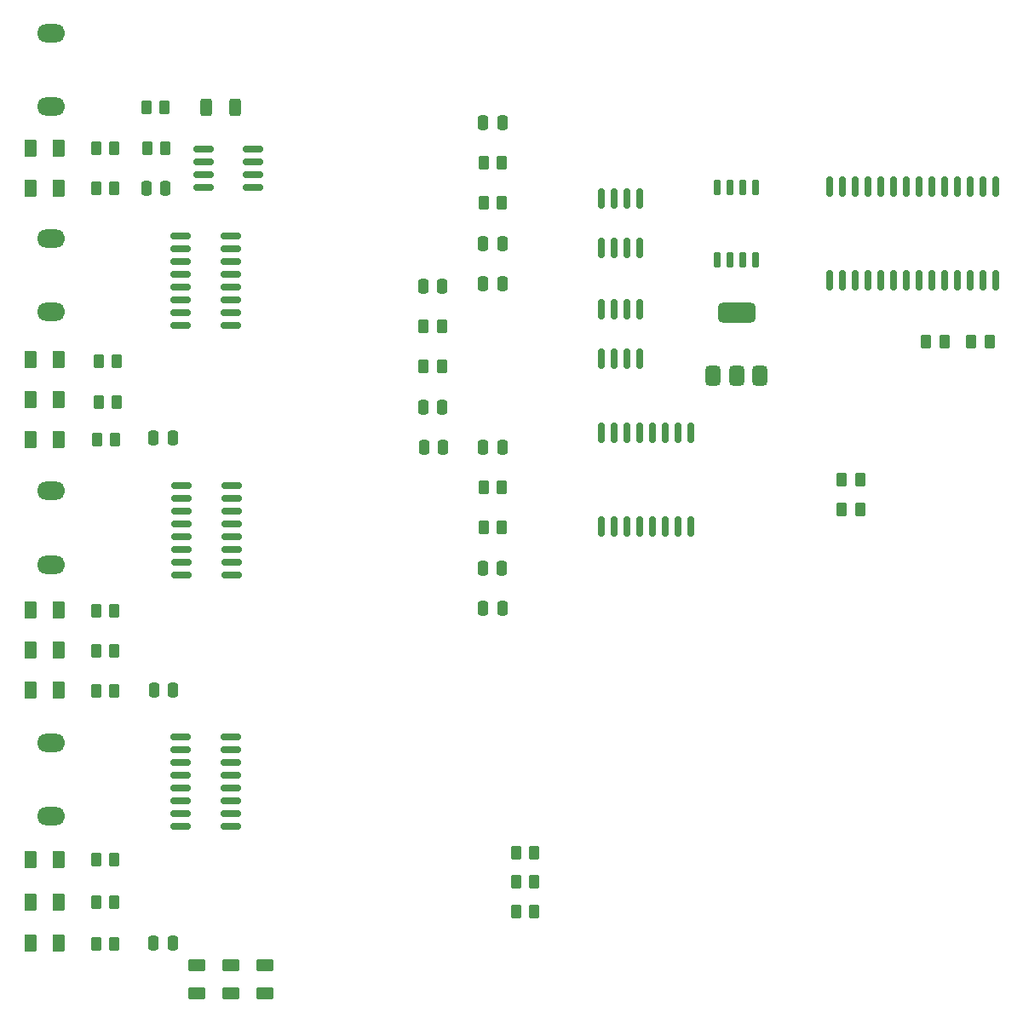
<source format=gbr>
%TF.GenerationSoftware,KiCad,Pcbnew,8.0.8*%
%TF.CreationDate,2025-04-05T02:10:51+02:00*%
%TF.ProjectId,mb02a1,6d623032-6131-42e6-9b69-6361645f7063,rev?*%
%TF.SameCoordinates,Original*%
%TF.FileFunction,Paste,Top*%
%TF.FilePolarity,Positive*%
%FSLAX46Y46*%
G04 Gerber Fmt 4.6, Leading zero omitted, Abs format (unit mm)*
G04 Created by KiCad (PCBNEW 8.0.8) date 2025-04-05 02:10:51*
%MOMM*%
%LPD*%
G01*
G04 APERTURE LIST*
G04 Aperture macros list*
%AMRoundRect*
0 Rectangle with rounded corners*
0 $1 Rounding radius*
0 $2 $3 $4 $5 $6 $7 $8 $9 X,Y pos of 4 corners*
0 Add a 4 corners polygon primitive as box body*
4,1,4,$2,$3,$4,$5,$6,$7,$8,$9,$2,$3,0*
0 Add four circle primitives for the rounded corners*
1,1,$1+$1,$2,$3*
1,1,$1+$1,$4,$5*
1,1,$1+$1,$6,$7*
1,1,$1+$1,$8,$9*
0 Add four rect primitives between the rounded corners*
20,1,$1+$1,$2,$3,$4,$5,0*
20,1,$1+$1,$4,$5,$6,$7,0*
20,1,$1+$1,$6,$7,$8,$9,0*
20,1,$1+$1,$8,$9,$2,$3,0*%
G04 Aperture macros list end*
%ADD10RoundRect,0.150000X-0.825000X-0.150000X0.825000X-0.150000X0.825000X0.150000X-0.825000X0.150000X0*%
%ADD11RoundRect,0.250000X-0.250000X-0.475000X0.250000X-0.475000X0.250000X0.475000X-0.250000X0.475000X0*%
%ADD12O,2.794000X1.803400*%
%ADD13RoundRect,0.250000X-0.262500X-0.450000X0.262500X-0.450000X0.262500X0.450000X-0.262500X0.450000X0*%
%ADD14RoundRect,0.150000X0.150000X-0.875000X0.150000X0.875000X-0.150000X0.875000X-0.150000X-0.875000X0*%
%ADD15RoundRect,0.250000X-0.375000X-0.625000X0.375000X-0.625000X0.375000X0.625000X-0.375000X0.625000X0*%
%ADD16RoundRect,0.250000X0.625000X-0.375000X0.625000X0.375000X-0.625000X0.375000X-0.625000X-0.375000X0*%
%ADD17RoundRect,0.250000X-0.312500X-0.625000X0.312500X-0.625000X0.312500X0.625000X-0.312500X0.625000X0*%
%ADD18RoundRect,0.150000X0.150000X-0.825000X0.150000X0.825000X-0.150000X0.825000X-0.150000X-0.825000X0*%
%ADD19RoundRect,0.150000X0.150000X-0.650000X0.150000X0.650000X-0.150000X0.650000X-0.150000X-0.650000X0*%
%ADD20RoundRect,0.375000X0.375000X-0.625000X0.375000X0.625000X-0.375000X0.625000X-0.375000X-0.625000X0*%
%ADD21RoundRect,0.500000X1.400000X-0.500000X1.400000X0.500000X-1.400000X0.500000X-1.400000X-0.500000X0*%
G04 APERTURE END LIST*
D10*
%TO.C,U4*%
X95125000Y-123425000D03*
X95125000Y-124695000D03*
X95125000Y-125965000D03*
X95125000Y-127235000D03*
X95125000Y-128505000D03*
X95125000Y-129775000D03*
X95125000Y-131045000D03*
X95125000Y-132315000D03*
X100075000Y-132315000D03*
X100075000Y-131045000D03*
X100075000Y-129775000D03*
X100075000Y-128505000D03*
X100075000Y-127235000D03*
X100075000Y-125965000D03*
X100075000Y-124695000D03*
X100075000Y-123425000D03*
%TD*%
D11*
%TO.C,C11*%
X125200000Y-62370000D03*
X127100000Y-62370000D03*
%TD*%
D12*
%TO.C,J4*%
X82240900Y-123973099D03*
X82240900Y-131273100D03*
%TD*%
D11*
%TO.C,C12*%
X119237500Y-78620000D03*
X121137500Y-78620000D03*
%TD*%
D13*
%TO.C,R5*%
X125237500Y-66370000D03*
X127062500Y-66370000D03*
%TD*%
D14*
%TO.C,U12*%
X159595000Y-78020000D03*
X160865000Y-78020000D03*
X162135000Y-78020000D03*
X163405000Y-78020000D03*
X164675000Y-78020000D03*
X165945000Y-78020000D03*
X167215000Y-78020000D03*
X168485000Y-78020000D03*
X169755000Y-78020000D03*
X171025000Y-78020000D03*
X172295000Y-78020000D03*
X173565000Y-78020000D03*
X174835000Y-78020000D03*
X176105000Y-78020000D03*
X176105000Y-68720000D03*
X174835000Y-68720000D03*
X173565000Y-68720000D03*
X172295000Y-68720000D03*
X171025000Y-68720000D03*
X169755000Y-68720000D03*
X168485000Y-68720000D03*
X167215000Y-68720000D03*
X165945000Y-68720000D03*
X164675000Y-68720000D03*
X163405000Y-68720000D03*
X162135000Y-68720000D03*
X160865000Y-68720000D03*
X159595000Y-68720000D03*
%TD*%
D13*
%TO.C,R20*%
X160842500Y-97845000D03*
X162667500Y-97845000D03*
%TD*%
%TO.C,R2*%
X91687500Y-60870000D03*
X93512500Y-60870000D03*
%TD*%
%TO.C,R10*%
X125237500Y-102620000D03*
X127062500Y-102620000D03*
%TD*%
D11*
%TO.C,C5*%
X92425000Y-93695000D03*
X94325000Y-93695000D03*
%TD*%
%TO.C,C2*%
X125200000Y-78370000D03*
X127100000Y-78370000D03*
%TD*%
D12*
%TO.C,J1*%
X82240900Y-53473099D03*
X82240900Y-60773100D03*
%TD*%
D11*
%TO.C,C4*%
X125200000Y-110620000D03*
X127100000Y-110620000D03*
%TD*%
D15*
%TO.C,D1*%
X80200000Y-68870000D03*
X83000000Y-68870000D03*
%TD*%
D13*
%TO.C,R24*%
X128430000Y-134895000D03*
X130255000Y-134895000D03*
%TD*%
D16*
%TO.C,D14*%
X100110000Y-148900000D03*
X100110000Y-146100000D03*
%TD*%
D10*
%TO.C,U2*%
X95125000Y-73675000D03*
X95125000Y-74945000D03*
X95125000Y-76215000D03*
X95125000Y-77485000D03*
X95125000Y-78755000D03*
X95125000Y-80025000D03*
X95125000Y-81295000D03*
X95125000Y-82565000D03*
X100075000Y-82565000D03*
X100075000Y-81295000D03*
X100075000Y-80025000D03*
X100075000Y-78755000D03*
X100075000Y-77485000D03*
X100075000Y-76215000D03*
X100075000Y-74945000D03*
X100075000Y-73675000D03*
%TD*%
D15*
%TO.C,D7*%
X80200000Y-89870000D03*
X83000000Y-89870000D03*
%TD*%
%TO.C,D9*%
X80200000Y-139870000D03*
X83000000Y-139870000D03*
%TD*%
D11*
%TO.C,C3*%
X119287500Y-94620000D03*
X121187500Y-94620000D03*
%TD*%
D10*
%TO.C,U3*%
X95195000Y-98425000D03*
X95195000Y-99695000D03*
X95195000Y-100965000D03*
X95195000Y-102235000D03*
X95195000Y-103505000D03*
X95195000Y-104775000D03*
X95195000Y-106045000D03*
X95195000Y-107315000D03*
X100145000Y-107315000D03*
X100145000Y-106045000D03*
X100145000Y-104775000D03*
X100145000Y-103505000D03*
X100145000Y-102235000D03*
X100145000Y-100965000D03*
X100145000Y-99695000D03*
X100145000Y-98425000D03*
%TD*%
D13*
%TO.C,R14*%
X86775000Y-93870000D03*
X88600000Y-93870000D03*
%TD*%
D15*
%TO.C,D3*%
X80200000Y-64870000D03*
X83000000Y-64870000D03*
%TD*%
D12*
%TO.C,J2*%
X82240900Y-73869999D03*
X82240900Y-81170000D03*
%TD*%
D17*
%TO.C,F1*%
X97637500Y-60870000D03*
X100562500Y-60870000D03*
%TD*%
D10*
%TO.C,U1*%
X97375000Y-64965000D03*
X97375000Y-66235000D03*
X97375000Y-67505000D03*
X97375000Y-68775000D03*
X102325000Y-68775000D03*
X102325000Y-67505000D03*
X102325000Y-66235000D03*
X102325000Y-64965000D03*
%TD*%
D13*
%TO.C,R1*%
X86687500Y-68870000D03*
X88512500Y-68870000D03*
%TD*%
%TO.C,R19*%
X86687500Y-135620000D03*
X88512500Y-135620000D03*
%TD*%
D11*
%TO.C,C9*%
X119237500Y-90620000D03*
X121137500Y-90620000D03*
%TD*%
%TO.C,C8*%
X125200000Y-74370000D03*
X127100000Y-74370000D03*
%TD*%
%TO.C,C6*%
X92470000Y-118723100D03*
X94370000Y-118723100D03*
%TD*%
D13*
%TO.C,R21*%
X160842500Y-100795000D03*
X162667500Y-100795000D03*
%TD*%
D11*
%TO.C,C1*%
X91700000Y-68870000D03*
X93600000Y-68870000D03*
%TD*%
D15*
%TO.C,D4*%
X80200000Y-85870000D03*
X83000000Y-85870000D03*
%TD*%
D13*
%TO.C,R22*%
X169187500Y-84120000D03*
X171012500Y-84120000D03*
%TD*%
D18*
%TO.C,U7*%
X136945000Y-74845000D03*
X138215000Y-74845000D03*
X139485000Y-74845000D03*
X140755000Y-74845000D03*
X140755000Y-69895000D03*
X139485000Y-69895000D03*
X138215000Y-69895000D03*
X136945000Y-69895000D03*
%TD*%
D15*
%TO.C,D11*%
X80200000Y-118766900D03*
X83000000Y-118766900D03*
%TD*%
D13*
%TO.C,R26*%
X128430000Y-140795000D03*
X130255000Y-140795000D03*
%TD*%
D19*
%TO.C,U6*%
X148445000Y-75970000D03*
X149715000Y-75970000D03*
X150985000Y-75970000D03*
X152255000Y-75970000D03*
X152255000Y-68770000D03*
X150985000Y-68770000D03*
X149715000Y-68770000D03*
X148445000Y-68770000D03*
%TD*%
D13*
%TO.C,R11*%
X86937500Y-90120000D03*
X88762500Y-90120000D03*
%TD*%
%TO.C,R15*%
X86687500Y-118870000D03*
X88512500Y-118870000D03*
%TD*%
%TO.C,R3*%
X91775000Y-64870000D03*
X93600000Y-64870000D03*
%TD*%
D15*
%TO.C,D5*%
X80200000Y-110766900D03*
X83000000Y-110766900D03*
%TD*%
D13*
%TO.C,R23*%
X173687500Y-84120000D03*
X175512500Y-84120000D03*
%TD*%
D15*
%TO.C,D8*%
X80200000Y-114766900D03*
X83000000Y-114766900D03*
%TD*%
%TO.C,D12*%
X80200000Y-143870000D03*
X83000000Y-143870000D03*
%TD*%
D13*
%TO.C,R8*%
X119275000Y-86620000D03*
X121100000Y-86620000D03*
%TD*%
D15*
%TO.C,D10*%
X80200000Y-93870000D03*
X83000000Y-93870000D03*
%TD*%
D18*
%TO.C,U8*%
X136945000Y-85845000D03*
X138215000Y-85845000D03*
X139485000Y-85845000D03*
X140755000Y-85845000D03*
X140755000Y-80895000D03*
X139485000Y-80895000D03*
X138215000Y-80895000D03*
X136945000Y-80895000D03*
%TD*%
D13*
%TO.C,R4*%
X86687500Y-64870000D03*
X88512500Y-64870000D03*
%TD*%
%TO.C,R18*%
X86687500Y-110870000D03*
X88512500Y-110870000D03*
%TD*%
%TO.C,R6*%
X125237500Y-70370000D03*
X127062500Y-70370000D03*
%TD*%
%TO.C,R16*%
X86687500Y-144020000D03*
X88512500Y-144020000D03*
%TD*%
%TO.C,R17*%
X86937500Y-86120000D03*
X88762500Y-86120000D03*
%TD*%
D11*
%TO.C,C7*%
X92425000Y-143870000D03*
X94325000Y-143870000D03*
%TD*%
D13*
%TO.C,R9*%
X125237500Y-98620000D03*
X127062500Y-98620000D03*
%TD*%
D15*
%TO.C,D6*%
X80200000Y-135620000D03*
X83000000Y-135620000D03*
%TD*%
D13*
%TO.C,R7*%
X119275000Y-82620000D03*
X121100000Y-82620000D03*
%TD*%
%TO.C,R25*%
X128430000Y-137845000D03*
X130255000Y-137845000D03*
%TD*%
D12*
%TO.C,J3*%
X82240900Y-98973099D03*
X82240900Y-106273100D03*
%TD*%
D13*
%TO.C,R12*%
X86687500Y-114870000D03*
X88512500Y-114870000D03*
%TD*%
D16*
%TO.C,D15*%
X103500000Y-146100000D03*
X103500000Y-148900000D03*
%TD*%
D11*
%TO.C,C10*%
X125150000Y-106620000D03*
X127050000Y-106620000D03*
%TD*%
%TO.C,C13*%
X125200000Y-94620000D03*
X127100000Y-94620000D03*
%TD*%
D13*
%TO.C,R13*%
X86687500Y-139870000D03*
X88512500Y-139870000D03*
%TD*%
D16*
%TO.C,D13*%
X96720000Y-148900000D03*
X96720000Y-146100000D03*
%TD*%
D14*
%TO.C,U11*%
X136905000Y-102520000D03*
X138175000Y-102520000D03*
X139445000Y-102520000D03*
X140715000Y-102520000D03*
X141985000Y-102520000D03*
X143255000Y-102520000D03*
X144525000Y-102520000D03*
X145795000Y-102520000D03*
X145795000Y-93220000D03*
X144525000Y-93220000D03*
X143255000Y-93220000D03*
X141985000Y-93220000D03*
X140715000Y-93220000D03*
X139445000Y-93220000D03*
X138175000Y-93220000D03*
X136905000Y-93220000D03*
%TD*%
D20*
%TO.C,U5*%
X148050000Y-87520000D03*
X150350000Y-87520000D03*
D21*
X150350000Y-81220000D03*
D20*
X152650000Y-87520000D03*
%TD*%
M02*

</source>
